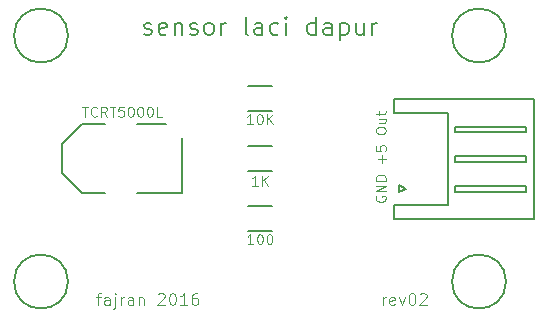
<source format=gbr>
G04 #@! TF.FileFunction,Legend,Top*
%FSLAX46Y46*%
G04 Gerber Fmt 4.6, Leading zero omitted, Abs format (unit mm)*
G04 Created by KiCad (PCBNEW 4.0.3+e1-6302~38~ubuntu15.04.1-stable) date Thu Aug 25 00:23:02 2016*
%MOMM*%
%LPD*%
G01*
G04 APERTURE LIST*
%ADD10C,0.100000*%
%ADD11C,0.150000*%
%ADD12C,0.200000*%
G04 APERTURE END LIST*
D10*
D11*
X141598286Y-87221143D02*
X141741143Y-87292571D01*
X142026858Y-87292571D01*
X142169715Y-87221143D01*
X142241143Y-87078286D01*
X142241143Y-87006857D01*
X142169715Y-86864000D01*
X142026858Y-86792571D01*
X141812572Y-86792571D01*
X141669715Y-86721143D01*
X141598286Y-86578286D01*
X141598286Y-86506857D01*
X141669715Y-86364000D01*
X141812572Y-86292571D01*
X142026858Y-86292571D01*
X142169715Y-86364000D01*
X143455429Y-87221143D02*
X143312572Y-87292571D01*
X143026858Y-87292571D01*
X142884001Y-87221143D01*
X142812572Y-87078286D01*
X142812572Y-86506857D01*
X142884001Y-86364000D01*
X143026858Y-86292571D01*
X143312572Y-86292571D01*
X143455429Y-86364000D01*
X143526858Y-86506857D01*
X143526858Y-86649714D01*
X142812572Y-86792571D01*
X144169715Y-86292571D02*
X144169715Y-87292571D01*
X144169715Y-86435429D02*
X144241143Y-86364000D01*
X144384001Y-86292571D01*
X144598286Y-86292571D01*
X144741143Y-86364000D01*
X144812572Y-86506857D01*
X144812572Y-87292571D01*
X145455429Y-87221143D02*
X145598286Y-87292571D01*
X145884001Y-87292571D01*
X146026858Y-87221143D01*
X146098286Y-87078286D01*
X146098286Y-87006857D01*
X146026858Y-86864000D01*
X145884001Y-86792571D01*
X145669715Y-86792571D01*
X145526858Y-86721143D01*
X145455429Y-86578286D01*
X145455429Y-86506857D01*
X145526858Y-86364000D01*
X145669715Y-86292571D01*
X145884001Y-86292571D01*
X146026858Y-86364000D01*
X146955430Y-87292571D02*
X146812572Y-87221143D01*
X146741144Y-87149714D01*
X146669715Y-87006857D01*
X146669715Y-86578286D01*
X146741144Y-86435429D01*
X146812572Y-86364000D01*
X146955430Y-86292571D01*
X147169715Y-86292571D01*
X147312572Y-86364000D01*
X147384001Y-86435429D01*
X147455430Y-86578286D01*
X147455430Y-87006857D01*
X147384001Y-87149714D01*
X147312572Y-87221143D01*
X147169715Y-87292571D01*
X146955430Y-87292571D01*
X148098287Y-87292571D02*
X148098287Y-86292571D01*
X148098287Y-86578286D02*
X148169715Y-86435429D01*
X148241144Y-86364000D01*
X148384001Y-86292571D01*
X148526858Y-86292571D01*
X150384001Y-87292571D02*
X150241143Y-87221143D01*
X150169715Y-87078286D01*
X150169715Y-85792571D01*
X151598286Y-87292571D02*
X151598286Y-86506857D01*
X151526857Y-86364000D01*
X151384000Y-86292571D01*
X151098286Y-86292571D01*
X150955429Y-86364000D01*
X151598286Y-87221143D02*
X151455429Y-87292571D01*
X151098286Y-87292571D01*
X150955429Y-87221143D01*
X150884000Y-87078286D01*
X150884000Y-86935429D01*
X150955429Y-86792571D01*
X151098286Y-86721143D01*
X151455429Y-86721143D01*
X151598286Y-86649714D01*
X152955429Y-87221143D02*
X152812572Y-87292571D01*
X152526858Y-87292571D01*
X152384000Y-87221143D01*
X152312572Y-87149714D01*
X152241143Y-87006857D01*
X152241143Y-86578286D01*
X152312572Y-86435429D01*
X152384000Y-86364000D01*
X152526858Y-86292571D01*
X152812572Y-86292571D01*
X152955429Y-86364000D01*
X153598286Y-87292571D02*
X153598286Y-86292571D01*
X153598286Y-85792571D02*
X153526857Y-85864000D01*
X153598286Y-85935429D01*
X153669714Y-85864000D01*
X153598286Y-85792571D01*
X153598286Y-85935429D01*
X156098286Y-87292571D02*
X156098286Y-85792571D01*
X156098286Y-87221143D02*
X155955429Y-87292571D01*
X155669715Y-87292571D01*
X155526857Y-87221143D01*
X155455429Y-87149714D01*
X155384000Y-87006857D01*
X155384000Y-86578286D01*
X155455429Y-86435429D01*
X155526857Y-86364000D01*
X155669715Y-86292571D01*
X155955429Y-86292571D01*
X156098286Y-86364000D01*
X157455429Y-87292571D02*
X157455429Y-86506857D01*
X157384000Y-86364000D01*
X157241143Y-86292571D01*
X156955429Y-86292571D01*
X156812572Y-86364000D01*
X157455429Y-87221143D02*
X157312572Y-87292571D01*
X156955429Y-87292571D01*
X156812572Y-87221143D01*
X156741143Y-87078286D01*
X156741143Y-86935429D01*
X156812572Y-86792571D01*
X156955429Y-86721143D01*
X157312572Y-86721143D01*
X157455429Y-86649714D01*
X158169715Y-86292571D02*
X158169715Y-87792571D01*
X158169715Y-86364000D02*
X158312572Y-86292571D01*
X158598286Y-86292571D01*
X158741143Y-86364000D01*
X158812572Y-86435429D01*
X158884001Y-86578286D01*
X158884001Y-87006857D01*
X158812572Y-87149714D01*
X158741143Y-87221143D01*
X158598286Y-87292571D01*
X158312572Y-87292571D01*
X158169715Y-87221143D01*
X160169715Y-86292571D02*
X160169715Y-87292571D01*
X159526858Y-86292571D02*
X159526858Y-87078286D01*
X159598286Y-87221143D01*
X159741144Y-87292571D01*
X159955429Y-87292571D01*
X160098286Y-87221143D01*
X160169715Y-87149714D01*
X160884001Y-87292571D02*
X160884001Y-86292571D01*
X160884001Y-86578286D02*
X160955429Y-86435429D01*
X161026858Y-86364000D01*
X161169715Y-86292571D01*
X161312572Y-86292571D01*
D10*
X161782095Y-110180381D02*
X161782095Y-109513714D01*
X161782095Y-109704190D02*
X161829714Y-109608952D01*
X161877333Y-109561333D01*
X161972571Y-109513714D01*
X162067810Y-109513714D01*
X162782096Y-110132762D02*
X162686858Y-110180381D01*
X162496381Y-110180381D01*
X162401143Y-110132762D01*
X162353524Y-110037524D01*
X162353524Y-109656571D01*
X162401143Y-109561333D01*
X162496381Y-109513714D01*
X162686858Y-109513714D01*
X162782096Y-109561333D01*
X162829715Y-109656571D01*
X162829715Y-109751810D01*
X162353524Y-109847048D01*
X163163048Y-109513714D02*
X163401143Y-110180381D01*
X163639239Y-109513714D01*
X164210667Y-109180381D02*
X164305906Y-109180381D01*
X164401144Y-109228000D01*
X164448763Y-109275619D01*
X164496382Y-109370857D01*
X164544001Y-109561333D01*
X164544001Y-109799429D01*
X164496382Y-109989905D01*
X164448763Y-110085143D01*
X164401144Y-110132762D01*
X164305906Y-110180381D01*
X164210667Y-110180381D01*
X164115429Y-110132762D01*
X164067810Y-110085143D01*
X164020191Y-109989905D01*
X163972572Y-109799429D01*
X163972572Y-109561333D01*
X164020191Y-109370857D01*
X164067810Y-109275619D01*
X164115429Y-109228000D01*
X164210667Y-109180381D01*
X164924953Y-109275619D02*
X164972572Y-109228000D01*
X165067810Y-109180381D01*
X165305906Y-109180381D01*
X165401144Y-109228000D01*
X165448763Y-109275619D01*
X165496382Y-109370857D01*
X165496382Y-109466095D01*
X165448763Y-109608952D01*
X164877334Y-110180381D01*
X165496382Y-110180381D01*
X137509238Y-109513714D02*
X137890190Y-109513714D01*
X137652095Y-110180381D02*
X137652095Y-109323238D01*
X137699714Y-109228000D01*
X137794952Y-109180381D01*
X137890190Y-109180381D01*
X138652096Y-110180381D02*
X138652096Y-109656571D01*
X138604477Y-109561333D01*
X138509239Y-109513714D01*
X138318762Y-109513714D01*
X138223524Y-109561333D01*
X138652096Y-110132762D02*
X138556858Y-110180381D01*
X138318762Y-110180381D01*
X138223524Y-110132762D01*
X138175905Y-110037524D01*
X138175905Y-109942286D01*
X138223524Y-109847048D01*
X138318762Y-109799429D01*
X138556858Y-109799429D01*
X138652096Y-109751810D01*
X139128286Y-109513714D02*
X139128286Y-110370857D01*
X139080667Y-110466095D01*
X138985429Y-110513714D01*
X138937810Y-110513714D01*
X139128286Y-109180381D02*
X139080667Y-109228000D01*
X139128286Y-109275619D01*
X139175905Y-109228000D01*
X139128286Y-109180381D01*
X139128286Y-109275619D01*
X139604476Y-110180381D02*
X139604476Y-109513714D01*
X139604476Y-109704190D02*
X139652095Y-109608952D01*
X139699714Y-109561333D01*
X139794952Y-109513714D01*
X139890191Y-109513714D01*
X140652096Y-110180381D02*
X140652096Y-109656571D01*
X140604477Y-109561333D01*
X140509239Y-109513714D01*
X140318762Y-109513714D01*
X140223524Y-109561333D01*
X140652096Y-110132762D02*
X140556858Y-110180381D01*
X140318762Y-110180381D01*
X140223524Y-110132762D01*
X140175905Y-110037524D01*
X140175905Y-109942286D01*
X140223524Y-109847048D01*
X140318762Y-109799429D01*
X140556858Y-109799429D01*
X140652096Y-109751810D01*
X141128286Y-109513714D02*
X141128286Y-110180381D01*
X141128286Y-109608952D02*
X141175905Y-109561333D01*
X141271143Y-109513714D01*
X141414001Y-109513714D01*
X141509239Y-109561333D01*
X141556858Y-109656571D01*
X141556858Y-110180381D01*
X142747334Y-109275619D02*
X142794953Y-109228000D01*
X142890191Y-109180381D01*
X143128287Y-109180381D01*
X143223525Y-109228000D01*
X143271144Y-109275619D01*
X143318763Y-109370857D01*
X143318763Y-109466095D01*
X143271144Y-109608952D01*
X142699715Y-110180381D01*
X143318763Y-110180381D01*
X143937810Y-109180381D02*
X144033049Y-109180381D01*
X144128287Y-109228000D01*
X144175906Y-109275619D01*
X144223525Y-109370857D01*
X144271144Y-109561333D01*
X144271144Y-109799429D01*
X144223525Y-109989905D01*
X144175906Y-110085143D01*
X144128287Y-110132762D01*
X144033049Y-110180381D01*
X143937810Y-110180381D01*
X143842572Y-110132762D01*
X143794953Y-110085143D01*
X143747334Y-109989905D01*
X143699715Y-109799429D01*
X143699715Y-109561333D01*
X143747334Y-109370857D01*
X143794953Y-109275619D01*
X143842572Y-109228000D01*
X143937810Y-109180381D01*
X145223525Y-110180381D02*
X144652096Y-110180381D01*
X144937810Y-110180381D02*
X144937810Y-109180381D01*
X144842572Y-109323238D01*
X144747334Y-109418476D01*
X144652096Y-109466095D01*
X146080668Y-109180381D02*
X145890191Y-109180381D01*
X145794953Y-109228000D01*
X145747334Y-109275619D01*
X145652096Y-109418476D01*
X145604477Y-109608952D01*
X145604477Y-109989905D01*
X145652096Y-110085143D01*
X145699715Y-110132762D01*
X145794953Y-110180381D01*
X145985430Y-110180381D01*
X146080668Y-110132762D01*
X146128287Y-110085143D01*
X146175906Y-109989905D01*
X146175906Y-109751810D01*
X146128287Y-109656571D01*
X146080668Y-109608952D01*
X145985430Y-109561333D01*
X145794953Y-109561333D01*
X145699715Y-109608952D01*
X145652096Y-109656571D01*
X145604477Y-109751810D01*
X161246000Y-100961809D02*
X161205524Y-101042761D01*
X161205524Y-101164190D01*
X161246000Y-101285618D01*
X161326952Y-101366571D01*
X161407905Y-101407047D01*
X161569810Y-101447523D01*
X161691238Y-101447523D01*
X161853143Y-101407047D01*
X161934095Y-101366571D01*
X162015048Y-101285618D01*
X162055524Y-101164190D01*
X162055524Y-101083238D01*
X162015048Y-100961809D01*
X161974571Y-100921333D01*
X161691238Y-100921333D01*
X161691238Y-101083238D01*
X162055524Y-100557047D02*
X161205524Y-100557047D01*
X162055524Y-100071333D01*
X161205524Y-100071333D01*
X162055524Y-99666571D02*
X161205524Y-99666571D01*
X161205524Y-99464190D01*
X161246000Y-99342762D01*
X161326952Y-99261809D01*
X161407905Y-99221333D01*
X161569810Y-99180857D01*
X161691238Y-99180857D01*
X161853143Y-99221333D01*
X161934095Y-99261809D01*
X162015048Y-99342762D01*
X162055524Y-99464190D01*
X162055524Y-99666571D01*
X161731714Y-98168952D02*
X161731714Y-97521333D01*
X162055524Y-97845143D02*
X161407905Y-97845143D01*
X161205524Y-96711809D02*
X161205524Y-97116571D01*
X161610286Y-97157047D01*
X161569810Y-97116571D01*
X161529333Y-97035619D01*
X161529333Y-96833238D01*
X161569810Y-96752285D01*
X161610286Y-96711809D01*
X161691238Y-96671333D01*
X161893619Y-96671333D01*
X161974571Y-96711809D01*
X162015048Y-96752285D01*
X162055524Y-96833238D01*
X162055524Y-97035619D01*
X162015048Y-97116571D01*
X161974571Y-97157047D01*
X161205524Y-95497523D02*
X161205524Y-95335619D01*
X161246000Y-95254666D01*
X161326952Y-95173714D01*
X161488857Y-95133238D01*
X161772190Y-95133238D01*
X161934095Y-95173714D01*
X162015048Y-95254666D01*
X162055524Y-95335619D01*
X162055524Y-95497523D01*
X162015048Y-95578476D01*
X161934095Y-95659428D01*
X161772190Y-95699904D01*
X161488857Y-95699904D01*
X161326952Y-95659428D01*
X161246000Y-95578476D01*
X161205524Y-95497523D01*
X161488857Y-94404666D02*
X162055524Y-94404666D01*
X161488857Y-94768952D02*
X161934095Y-94768952D01*
X162015048Y-94728476D01*
X162055524Y-94647523D01*
X162055524Y-94526095D01*
X162015048Y-94445143D01*
X161974571Y-94404666D01*
X161488857Y-94121333D02*
X161488857Y-93797523D01*
X161205524Y-93999904D02*
X161934095Y-93999904D01*
X162015048Y-93959428D01*
X162055524Y-93878475D01*
X162055524Y-93797523D01*
D11*
X135128000Y-87376000D02*
G75*
G03X135128000Y-87376000I-2286000J0D01*
G01*
X172212000Y-87376000D02*
G75*
G03X172212000Y-87376000I-2286000J0D01*
G01*
X135128000Y-108204000D02*
G75*
G03X135128000Y-108204000I-2286000J0D01*
G01*
X172212000Y-108204000D02*
G75*
G03X172212000Y-108204000I-2286000J0D01*
G01*
X152384000Y-93785000D02*
X150384000Y-93785000D01*
X150384000Y-91635000D02*
X152384000Y-91635000D01*
X150384000Y-96715000D02*
X152384000Y-96715000D01*
X152384000Y-98865000D02*
X150384000Y-98865000D01*
X150384000Y-101795000D02*
X152384000Y-101795000D01*
X152384000Y-103945000D02*
X150384000Y-103945000D01*
D12*
X144800000Y-100690000D02*
X141000000Y-100690000D01*
X138300000Y-100690000D02*
X136300000Y-100690000D01*
X136300000Y-94890000D02*
X138300000Y-94890000D01*
X141000000Y-94890000D02*
X143400000Y-94890000D01*
X144800000Y-96090000D02*
X144800000Y-100690000D01*
X136300000Y-100690000D02*
X134600000Y-98990000D01*
X134600000Y-98990000D02*
X134600000Y-96590000D01*
X134600000Y-96590000D02*
X136300000Y-94890000D01*
D11*
X174577000Y-97830000D02*
X174577000Y-102930000D01*
X174577000Y-102930000D02*
X162777000Y-102930000D01*
X162777000Y-102930000D02*
X162777000Y-101730000D01*
X162777000Y-101730000D02*
X167277000Y-101730000D01*
X167277000Y-101730000D02*
X167277000Y-97830000D01*
X174577000Y-97830000D02*
X174577000Y-92730000D01*
X174577000Y-92730000D02*
X162777000Y-92730000D01*
X162777000Y-92730000D02*
X162777000Y-93930000D01*
X162777000Y-93930000D02*
X167277000Y-93930000D01*
X167277000Y-93930000D02*
X167277000Y-97830000D01*
X167927000Y-100580000D02*
X173927000Y-100580000D01*
X173927000Y-100580000D02*
X173927000Y-100080000D01*
X173927000Y-100080000D02*
X167927000Y-100080000D01*
X167927000Y-100080000D02*
X167927000Y-100580000D01*
X167927000Y-98080000D02*
X173927000Y-98080000D01*
X173927000Y-98080000D02*
X173927000Y-97580000D01*
X173927000Y-97580000D02*
X167927000Y-97580000D01*
X167927000Y-97580000D02*
X167927000Y-98080000D01*
X167927000Y-95580000D02*
X173927000Y-95580000D01*
X173927000Y-95580000D02*
X173927000Y-95080000D01*
X173927000Y-95080000D02*
X167927000Y-95080000D01*
X167927000Y-95080000D02*
X167927000Y-95580000D01*
X163727000Y-100330000D02*
X163127000Y-100630000D01*
X163127000Y-100630000D02*
X163127000Y-100030000D01*
X163127000Y-100030000D02*
X163727000Y-100330000D01*
D10*
X150797095Y-94872524D02*
X150311381Y-94872524D01*
X150554238Y-94872524D02*
X150554238Y-94022524D01*
X150473286Y-94143952D01*
X150392333Y-94224905D01*
X150311381Y-94265381D01*
X151323286Y-94022524D02*
X151404238Y-94022524D01*
X151485190Y-94063000D01*
X151525667Y-94103476D01*
X151566143Y-94184429D01*
X151606619Y-94346333D01*
X151606619Y-94548714D01*
X151566143Y-94710619D01*
X151525667Y-94791571D01*
X151485190Y-94832048D01*
X151404238Y-94872524D01*
X151323286Y-94872524D01*
X151242333Y-94832048D01*
X151201857Y-94791571D01*
X151161381Y-94710619D01*
X151120905Y-94548714D01*
X151120905Y-94346333D01*
X151161381Y-94184429D01*
X151201857Y-94103476D01*
X151242333Y-94063000D01*
X151323286Y-94022524D01*
X151970905Y-94872524D02*
X151970905Y-94022524D01*
X152456619Y-94872524D02*
X152092334Y-94386810D01*
X152456619Y-94022524D02*
X151970905Y-94508238D01*
X151201857Y-100079524D02*
X150716143Y-100079524D01*
X150959000Y-100079524D02*
X150959000Y-99229524D01*
X150878048Y-99350952D01*
X150797095Y-99431905D01*
X150716143Y-99472381D01*
X151566143Y-100079524D02*
X151566143Y-99229524D01*
X152051857Y-100079524D02*
X151687572Y-99593810D01*
X152051857Y-99229524D02*
X151566143Y-99715238D01*
X150817333Y-105032524D02*
X150331619Y-105032524D01*
X150574476Y-105032524D02*
X150574476Y-104182524D01*
X150493524Y-104303952D01*
X150412571Y-104384905D01*
X150331619Y-104425381D01*
X151343524Y-104182524D02*
X151424476Y-104182524D01*
X151505428Y-104223000D01*
X151545905Y-104263476D01*
X151586381Y-104344429D01*
X151626857Y-104506333D01*
X151626857Y-104708714D01*
X151586381Y-104870619D01*
X151545905Y-104951571D01*
X151505428Y-104992048D01*
X151424476Y-105032524D01*
X151343524Y-105032524D01*
X151262571Y-104992048D01*
X151222095Y-104951571D01*
X151181619Y-104870619D01*
X151141143Y-104708714D01*
X151141143Y-104506333D01*
X151181619Y-104344429D01*
X151222095Y-104263476D01*
X151262571Y-104223000D01*
X151343524Y-104182524D01*
X152153048Y-104182524D02*
X152234000Y-104182524D01*
X152314952Y-104223000D01*
X152355429Y-104263476D01*
X152395905Y-104344429D01*
X152436381Y-104506333D01*
X152436381Y-104708714D01*
X152395905Y-104870619D01*
X152355429Y-104951571D01*
X152314952Y-104992048D01*
X152234000Y-105032524D01*
X152153048Y-105032524D01*
X152072095Y-104992048D01*
X152031619Y-104951571D01*
X151991143Y-104870619D01*
X151950667Y-104708714D01*
X151950667Y-104506333D01*
X151991143Y-104344429D01*
X152031619Y-104263476D01*
X152072095Y-104223000D01*
X152153048Y-104182524D01*
X136320238Y-93387524D02*
X136805953Y-93387524D01*
X136563096Y-94237524D02*
X136563096Y-93387524D01*
X137575000Y-94156571D02*
X137534524Y-94197048D01*
X137413095Y-94237524D01*
X137332143Y-94237524D01*
X137210715Y-94197048D01*
X137129762Y-94116095D01*
X137089286Y-94035143D01*
X137048810Y-93873238D01*
X137048810Y-93751810D01*
X137089286Y-93589905D01*
X137129762Y-93508952D01*
X137210715Y-93428000D01*
X137332143Y-93387524D01*
X137413095Y-93387524D01*
X137534524Y-93428000D01*
X137575000Y-93468476D01*
X138425000Y-94237524D02*
X138141667Y-93832762D01*
X137939286Y-94237524D02*
X137939286Y-93387524D01*
X138263095Y-93387524D01*
X138344048Y-93428000D01*
X138384524Y-93468476D01*
X138425000Y-93549429D01*
X138425000Y-93670857D01*
X138384524Y-93751810D01*
X138344048Y-93792286D01*
X138263095Y-93832762D01*
X137939286Y-93832762D01*
X138667857Y-93387524D02*
X139153572Y-93387524D01*
X138910715Y-94237524D02*
X138910715Y-93387524D01*
X139841667Y-93387524D02*
X139436905Y-93387524D01*
X139396429Y-93792286D01*
X139436905Y-93751810D01*
X139517857Y-93711333D01*
X139720238Y-93711333D01*
X139801191Y-93751810D01*
X139841667Y-93792286D01*
X139882143Y-93873238D01*
X139882143Y-94075619D01*
X139841667Y-94156571D01*
X139801191Y-94197048D01*
X139720238Y-94237524D01*
X139517857Y-94237524D01*
X139436905Y-94197048D01*
X139396429Y-94156571D01*
X140408334Y-93387524D02*
X140489286Y-93387524D01*
X140570238Y-93428000D01*
X140610715Y-93468476D01*
X140651191Y-93549429D01*
X140691667Y-93711333D01*
X140691667Y-93913714D01*
X140651191Y-94075619D01*
X140610715Y-94156571D01*
X140570238Y-94197048D01*
X140489286Y-94237524D01*
X140408334Y-94237524D01*
X140327381Y-94197048D01*
X140286905Y-94156571D01*
X140246429Y-94075619D01*
X140205953Y-93913714D01*
X140205953Y-93711333D01*
X140246429Y-93549429D01*
X140286905Y-93468476D01*
X140327381Y-93428000D01*
X140408334Y-93387524D01*
X141217858Y-93387524D02*
X141298810Y-93387524D01*
X141379762Y-93428000D01*
X141420239Y-93468476D01*
X141460715Y-93549429D01*
X141501191Y-93711333D01*
X141501191Y-93913714D01*
X141460715Y-94075619D01*
X141420239Y-94156571D01*
X141379762Y-94197048D01*
X141298810Y-94237524D01*
X141217858Y-94237524D01*
X141136905Y-94197048D01*
X141096429Y-94156571D01*
X141055953Y-94075619D01*
X141015477Y-93913714D01*
X141015477Y-93711333D01*
X141055953Y-93549429D01*
X141096429Y-93468476D01*
X141136905Y-93428000D01*
X141217858Y-93387524D01*
X142027382Y-93387524D02*
X142108334Y-93387524D01*
X142189286Y-93428000D01*
X142229763Y-93468476D01*
X142270239Y-93549429D01*
X142310715Y-93711333D01*
X142310715Y-93913714D01*
X142270239Y-94075619D01*
X142229763Y-94156571D01*
X142189286Y-94197048D01*
X142108334Y-94237524D01*
X142027382Y-94237524D01*
X141946429Y-94197048D01*
X141905953Y-94156571D01*
X141865477Y-94075619D01*
X141825001Y-93913714D01*
X141825001Y-93711333D01*
X141865477Y-93549429D01*
X141905953Y-93468476D01*
X141946429Y-93428000D01*
X142027382Y-93387524D01*
X143079763Y-94237524D02*
X142675001Y-94237524D01*
X142675001Y-93387524D01*
M02*

</source>
